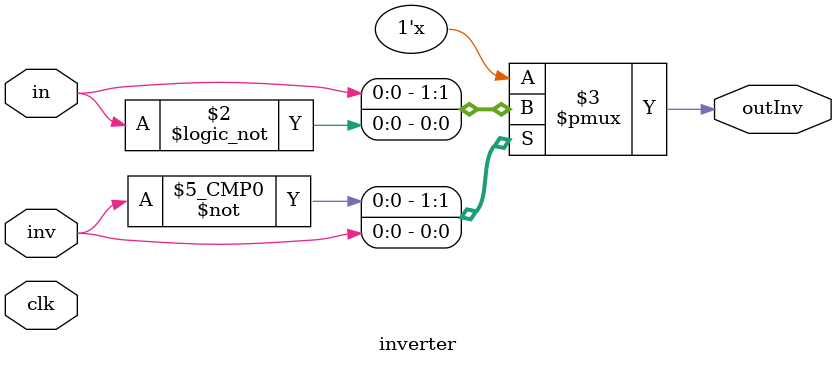
<source format=v>
/* Module of inverter
   Programmed by: Lianne Sánchez Rodríguez
   Phase 3 
   Professor: Nestor Rodríguez 
*/
module inverter(output reg outInv, input inv, input in, input clk);
	
	always @(inv,in)
		begin
			case(inv)
				1'b0:	outInv = in; 
				1'b1:	outInv = !in;
			endcase // inv
		end
endmodule


// module invert; 
// 	// Inputs of ALU
// 	wire out;
// 	reg inv;
// 	reg in;
// 	reg clk = 0;

// 	//test duration
// 	parameter stop_time = 1090;

// 	inverter invertion(out, in, inv, clk);
// 	initial #stop_time $finish;

// 	initial begin

// 	//ADD
// 	#0 inv = 1'b0; in = 1'b1; 
// 	#20 inv = 1'b1; in = 1'b1; 
// 	#40 inv = 1'b0; in = 1'b0; 
// 	#60 inv = 1'b1; in = 1'b0; 
// 	//ADDcc

// 	end
// 	initial begin
// 		repeat (500) begin
// 			#10 clk = ~clk;
// 		end
// 	end
// 	initial begin
// 		$display ("\n\n\tInverted Result\t\tinv\twhatTo\t");
// 		$display ("%0d\t\t%b\t\t%b\t%b", $time, out, inv, in);
// 	end
	
// endmodule

</source>
